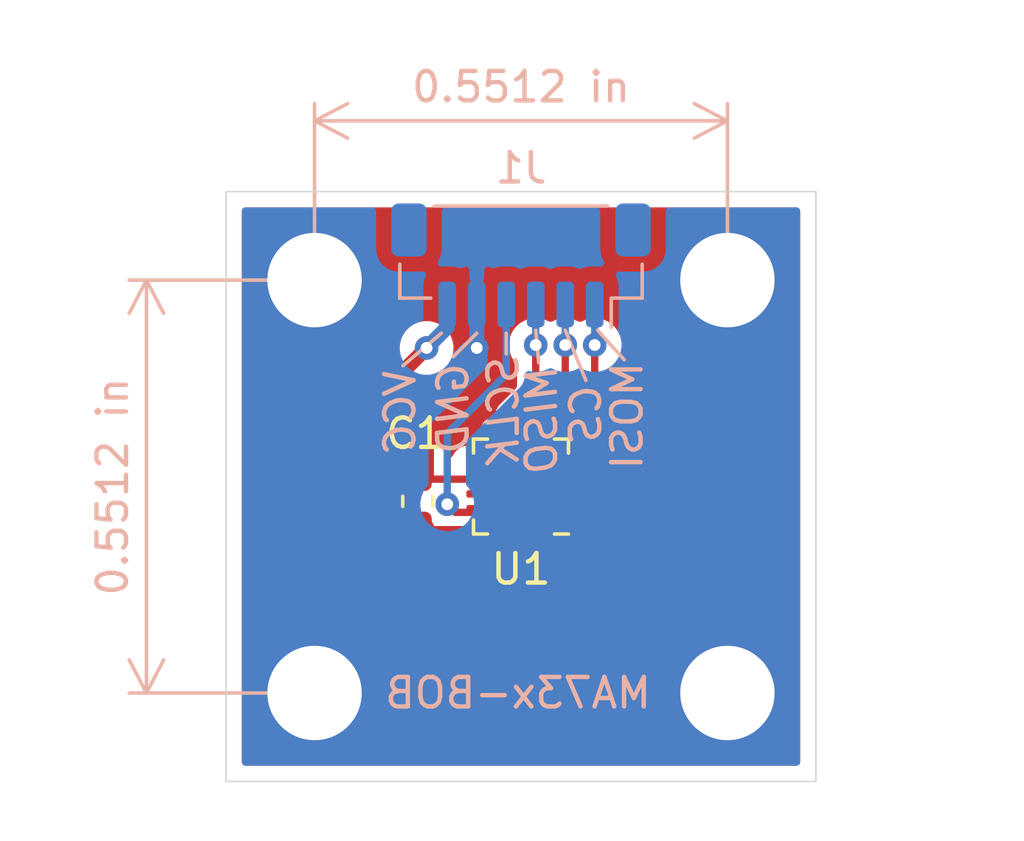
<source format=kicad_pcb>
(kicad_pcb (version 20171130) (host pcbnew 5.1.5+dfsg1-2build2)

  (general
    (thickness 1.6)
    (drawings 21)
    (tracks 43)
    (zones 0)
    (modules 7)
    (nets 16)
  )

  (page A4)
  (layers
    (0 F.Cu signal)
    (31 B.Cu signal)
    (32 B.Adhes user)
    (33 F.Adhes user)
    (34 B.Paste user)
    (35 F.Paste user)
    (36 B.SilkS user)
    (37 F.SilkS user)
    (38 B.Mask user)
    (39 F.Mask user)
    (40 Dwgs.User user)
    (41 Cmts.User user)
    (42 Eco1.User user)
    (43 Eco2.User user)
    (44 Edge.Cuts user)
    (45 Margin user)
    (46 B.CrtYd user)
    (47 F.CrtYd user)
    (48 B.Fab user)
    (49 F.Fab user)
  )

  (setup
    (last_trace_width 0.25)
    (user_trace_width 0.2)
    (user_trace_width 0.25)
    (user_trace_width 0.5)
    (user_trace_width 0.8)
    (user_trace_width 1)
    (trace_clearance 0.2)
    (zone_clearance 0.508)
    (zone_45_only no)
    (trace_min 0.2)
    (via_size 0.8)
    (via_drill 0.4)
    (via_min_size 0.4)
    (via_min_drill 0.3)
    (uvia_size 0.3)
    (uvia_drill 0.1)
    (uvias_allowed no)
    (uvia_min_size 0.2)
    (uvia_min_drill 0.1)
    (edge_width 0.05)
    (segment_width 0.2)
    (pcb_text_width 0.3)
    (pcb_text_size 1.5 1.5)
    (mod_edge_width 0.12)
    (mod_text_size 1 1)
    (mod_text_width 0.15)
    (pad_size 1.524 1.524)
    (pad_drill 0.762)
    (pad_to_mask_clearance 0.051)
    (solder_mask_min_width 0.25)
    (aux_axis_origin 0 0)
    (visible_elements FFFFFF7F)
    (pcbplotparams
      (layerselection 0x010fc_ffffffff)
      (usegerberextensions false)
      (usegerberattributes false)
      (usegerberadvancedattributes false)
      (creategerberjobfile false)
      (excludeedgelayer true)
      (linewidth 0.100000)
      (plotframeref false)
      (viasonmask false)
      (mode 1)
      (useauxorigin false)
      (hpglpennumber 1)
      (hpglpenspeed 20)
      (hpglpendiameter 15.000000)
      (psnegative false)
      (psa4output false)
      (plotreference true)
      (plotvalue true)
      (plotinvisibletext false)
      (padsonsilk false)
      (subtractmaskfromsilk false)
      (outputformat 1)
      (mirror false)
      (drillshape 1)
      (scaleselection 1)
      (outputdirectory ""))
  )

  (net 0 "")
  (net 1 GND)
  (net 2 VCC)
  (net 3 "Net-(U1-Pad16)")
  (net 4 "Net-(U1-Pad15)")
  (net 5 "Net-(U1-Pad14)")
  (net 6 "Net-(U1-Pad11)")
  (net 7 "Net-(U1-Pad9)")
  (net 8 "Net-(U1-Pad6)")
  (net 9 "Net-(U1-Pad3)")
  (net 10 "Net-(U1-Pad2)")
  (net 11 "Net-(U1-Pad1)")
  (net 12 /SCLK)
  (net 13 /MISO)
  (net 14 /CS)
  (net 15 /MOSI)

  (net_class Default "This is the default net class."
    (clearance 0.2)
    (trace_width 0.25)
    (via_dia 0.8)
    (via_drill 0.4)
    (uvia_dia 0.3)
    (uvia_drill 0.1)
    (add_net /CS)
    (add_net /MISO)
    (add_net /MOSI)
    (add_net /SCLK)
    (add_net GND)
    (add_net "Net-(U1-Pad1)")
    (add_net "Net-(U1-Pad11)")
    (add_net "Net-(U1-Pad14)")
    (add_net "Net-(U1-Pad15)")
    (add_net "Net-(U1-Pad16)")
    (add_net "Net-(U1-Pad2)")
    (add_net "Net-(U1-Pad3)")
    (add_net "Net-(U1-Pad6)")
    (add_net "Net-(U1-Pad9)")
    (add_net VCC)
  )

  (module MountingHole:MountingHole_3.2mm_M3 (layer F.Cu) (tedit 56D1B4CB) (tstamp 5FA94B46)
    (at 103 107)
    (descr "Mounting Hole 3.2mm, no annular, M3")
    (tags "mounting hole 3.2mm no annular m3")
    (path /5FAAA590)
    (attr virtual)
    (fp_text reference H4 (at 0 -4.2) (layer F.SilkS) hide
      (effects (font (size 1 1) (thickness 0.15)))
    )
    (fp_text value MountingHole (at 0 4.2) (layer F.Fab)
      (effects (font (size 1 1) (thickness 0.15)))
    )
    (fp_circle (center 0 0) (end 3.45 0) (layer F.CrtYd) (width 0.05))
    (fp_circle (center 0 0) (end 3.2 0) (layer Cmts.User) (width 0.15))
    (fp_text user %R (at 0.3 0) (layer F.Fab)
      (effects (font (size 1 1) (thickness 0.15)))
    )
    (pad 1 np_thru_hole circle (at 0 0) (size 3.2 3.2) (drill 3.2) (layers *.Cu *.Mask))
  )

  (module MountingHole:MountingHole_3.2mm_M3 (layer F.Cu) (tedit 56D1B4CB) (tstamp 5FA94A0F)
    (at 117 93)
    (descr "Mounting Hole 3.2mm, no annular, M3")
    (tags "mounting hole 3.2mm no annular m3")
    (path /5FAAA134)
    (attr virtual)
    (fp_text reference H3 (at 0 -4.2) (layer F.SilkS) hide
      (effects (font (size 1 1) (thickness 0.15)))
    )
    (fp_text value MountingHole (at 0 4.2) (layer F.Fab)
      (effects (font (size 1 1) (thickness 0.15)))
    )
    (fp_circle (center 0 0) (end 3.45 0) (layer F.CrtYd) (width 0.05))
    (fp_circle (center 0 0) (end 3.2 0) (layer Cmts.User) (width 0.15))
    (fp_text user %R (at 0.3 0) (layer F.Fab)
      (effects (font (size 1 1) (thickness 0.15)))
    )
    (pad 1 np_thru_hole circle (at 0 0) (size 3.2 3.2) (drill 3.2) (layers *.Cu *.Mask))
  )

  (module MountingHole:MountingHole_3.2mm_M3 (layer F.Cu) (tedit 56D1B4CB) (tstamp 5FA94A07)
    (at 103 93)
    (descr "Mounting Hole 3.2mm, no annular, M3")
    (tags "mounting hole 3.2mm no annular m3")
    (path /5FAA2773)
    (attr virtual)
    (fp_text reference H2 (at 0 -4.2) (layer F.SilkS) hide
      (effects (font (size 1 1) (thickness 0.15)))
    )
    (fp_text value MountingHole (at 0 4.2) (layer F.Fab)
      (effects (font (size 1 1) (thickness 0.15)))
    )
    (fp_circle (center 0 0) (end 3.45 0) (layer F.CrtYd) (width 0.05))
    (fp_circle (center 0 0) (end 3.2 0) (layer Cmts.User) (width 0.15))
    (fp_text user %R (at 0.3 0) (layer F.Fab)
      (effects (font (size 1 1) (thickness 0.15)))
    )
    (pad 1 np_thru_hole circle (at 0 0) (size 3.2 3.2) (drill 3.2) (layers *.Cu *.Mask))
  )

  (module MountingHole:MountingHole_3.2mm_M3 (layer F.Cu) (tedit 56D1B4CB) (tstamp 5FA949FF)
    (at 117 107)
    (descr "Mounting Hole 3.2mm, no annular, M3")
    (tags "mounting hole 3.2mm no annular m3")
    (path /5FAA2D47)
    (attr virtual)
    (fp_text reference H1 (at 0 -4.2) (layer F.SilkS) hide
      (effects (font (size 1 1) (thickness 0.15)))
    )
    (fp_text value MountingHole (at 0 4.2) (layer F.Fab)
      (effects (font (size 1 1) (thickness 0.15)))
    )
    (fp_circle (center 0 0) (end 3.45 0) (layer F.CrtYd) (width 0.05))
    (fp_circle (center 0 0) (end 3.2 0) (layer Cmts.User) (width 0.15))
    (fp_text user %R (at 0.3 0) (layer F.Fab)
      (effects (font (size 1 1) (thickness 0.15)))
    )
    (pad 1 np_thru_hole circle (at 0 0) (size 3.2 3.2) (drill 3.2) (layers *.Cu *.Mask))
  )

  (module Package_DFN_QFN:QFN-16-1EP_3x3mm_P0.5mm_EP1.75x1.75mm (layer F.Cu) (tedit 5C7C56F5) (tstamp 5FA93B80)
    (at 110 100 180)
    (descr "QFN, 16 Pin (https://www.onsemi.com/pub/Collateral/NCN4555-D.PDF), generated with kicad-footprint-generator ipc_noLead_generator.py")
    (tags "QFN NoLead")
    (path /5FA5662C)
    (attr smd)
    (fp_text reference U1 (at 0 -2.8) (layer F.SilkS)
      (effects (font (size 1 1) (thickness 0.15)))
    )
    (fp_text value MA730 (at 0 2.8) (layer F.Fab)
      (effects (font (size 1 1) (thickness 0.15)))
    )
    (fp_text user %R (at 0 0) (layer F.Fab)
      (effects (font (size 0.75 0.75) (thickness 0.11)))
    )
    (fp_line (start 2.1 -2.1) (end -2.1 -2.1) (layer F.CrtYd) (width 0.05))
    (fp_line (start 2.1 2.1) (end 2.1 -2.1) (layer F.CrtYd) (width 0.05))
    (fp_line (start -2.1 2.1) (end 2.1 2.1) (layer F.CrtYd) (width 0.05))
    (fp_line (start -2.1 -2.1) (end -2.1 2.1) (layer F.CrtYd) (width 0.05))
    (fp_line (start -1.5 -0.75) (end -0.75 -1.5) (layer F.Fab) (width 0.1))
    (fp_line (start -1.5 1.5) (end -1.5 -0.75) (layer F.Fab) (width 0.1))
    (fp_line (start 1.5 1.5) (end -1.5 1.5) (layer F.Fab) (width 0.1))
    (fp_line (start 1.5 -1.5) (end 1.5 1.5) (layer F.Fab) (width 0.1))
    (fp_line (start -0.75 -1.5) (end 1.5 -1.5) (layer F.Fab) (width 0.1))
    (fp_line (start -1.135 -1.61) (end -1.61 -1.61) (layer F.SilkS) (width 0.12))
    (fp_line (start 1.61 1.61) (end 1.61 1.135) (layer F.SilkS) (width 0.12))
    (fp_line (start 1.135 1.61) (end 1.61 1.61) (layer F.SilkS) (width 0.12))
    (fp_line (start -1.61 1.61) (end -1.61 1.135) (layer F.SilkS) (width 0.12))
    (fp_line (start -1.135 1.61) (end -1.61 1.61) (layer F.SilkS) (width 0.12))
    (fp_line (start 1.61 -1.61) (end 1.61 -1.135) (layer F.SilkS) (width 0.12))
    (fp_line (start 1.135 -1.61) (end 1.61 -1.61) (layer F.SilkS) (width 0.12))
    (pad 16 smd roundrect (at -0.75 -1.4625 180) (size 0.25 0.775) (layers F.Cu F.Paste F.Mask) (roundrect_rratio 0.25)
      (net 3 "Net-(U1-Pad16)"))
    (pad 15 smd roundrect (at -0.25 -1.4625 180) (size 0.25 0.775) (layers F.Cu F.Paste F.Mask) (roundrect_rratio 0.25)
      (net 4 "Net-(U1-Pad15)"))
    (pad 14 smd roundrect (at 0.25 -1.4625 180) (size 0.25 0.775) (layers F.Cu F.Paste F.Mask) (roundrect_rratio 0.25)
      (net 5 "Net-(U1-Pad14)"))
    (pad 13 smd roundrect (at 0.75 -1.4625 180) (size 0.25 0.775) (layers F.Cu F.Paste F.Mask) (roundrect_rratio 0.25)
      (net 2 VCC))
    (pad 12 smd roundrect (at 1.4625 -0.75 180) (size 0.775 0.25) (layers F.Cu F.Paste F.Mask) (roundrect_rratio 0.25)
      (net 12 /SCLK))
    (pad 11 smd roundrect (at 1.4625 -0.25 180) (size 0.775 0.25) (layers F.Cu F.Paste F.Mask) (roundrect_rratio 0.25)
      (net 6 "Net-(U1-Pad11)"))
    (pad 10 smd roundrect (at 1.4625 0.25 180) (size 0.775 0.25) (layers F.Cu F.Paste F.Mask) (roundrect_rratio 0.25)
      (net 1 GND))
    (pad 9 smd roundrect (at 1.4625 0.75 180) (size 0.775 0.25) (layers F.Cu F.Paste F.Mask) (roundrect_rratio 0.25)
      (net 7 "Net-(U1-Pad9)"))
    (pad 8 smd roundrect (at 0.75 1.4625 180) (size 0.25 0.775) (layers F.Cu F.Paste F.Mask) (roundrect_rratio 0.25)
      (net 1 GND))
    (pad 7 smd roundrect (at 0.25 1.4625 180) (size 0.25 0.775) (layers F.Cu F.Paste F.Mask) (roundrect_rratio 0.25)
      (net 13 /MISO))
    (pad 6 smd roundrect (at -0.25 1.4625 180) (size 0.25 0.775) (layers F.Cu F.Paste F.Mask) (roundrect_rratio 0.25)
      (net 8 "Net-(U1-Pad6)"))
    (pad 5 smd roundrect (at -0.75 1.4625 180) (size 0.25 0.775) (layers F.Cu F.Paste F.Mask) (roundrect_rratio 0.25)
      (net 14 /CS))
    (pad 4 smd roundrect (at -1.4625 0.75 180) (size 0.775 0.25) (layers F.Cu F.Paste F.Mask) (roundrect_rratio 0.25)
      (net 15 /MOSI))
    (pad 3 smd roundrect (at -1.4625 0.25 180) (size 0.775 0.25) (layers F.Cu F.Paste F.Mask) (roundrect_rratio 0.25)
      (net 9 "Net-(U1-Pad3)"))
    (pad 2 smd roundrect (at -1.4625 -0.25 180) (size 0.775 0.25) (layers F.Cu F.Paste F.Mask) (roundrect_rratio 0.25)
      (net 10 "Net-(U1-Pad2)"))
    (pad 1 smd roundrect (at -1.4625 -0.75 180) (size 0.775 0.25) (layers F.Cu F.Paste F.Mask) (roundrect_rratio 0.25)
      (net 11 "Net-(U1-Pad1)"))
    (pad "" smd roundrect (at 0.44 0.44 180) (size 0.71 0.71) (layers F.Paste) (roundrect_rratio 0.25))
    (pad "" smd roundrect (at 0.44 -0.44 180) (size 0.71 0.71) (layers F.Paste) (roundrect_rratio 0.25))
    (pad "" smd roundrect (at -0.44 0.44 180) (size 0.71 0.71) (layers F.Paste) (roundrect_rratio 0.25))
    (pad "" smd roundrect (at -0.44 -0.44 180) (size 0.71 0.71) (layers F.Paste) (roundrect_rratio 0.25))
    (pad 17 smd roundrect (at 0 0 180) (size 1.75 1.75) (layers F.Cu F.Mask) (roundrect_rratio 0.142857)
      (net 1 GND))
    (model ${KISYS3DMOD}/Package_DFN_QFN.3dshapes/QFN-16-1EP_3x3mm_P0.5mm_EP1.75x1.75mm.wrl
      (at (xyz 0 0 0))
      (scale (xyz 1 1 1))
      (rotate (xyz 0 0 0))
    )
  )

  (module Connector_JST:JST_SH_BM06B-SRSS-TB_1x06-1MP_P1.00mm_Vertical (layer B.Cu) (tedit 5B78AD87) (tstamp 5FA939A4)
    (at 110 92.5 180)
    (descr "JST SH series connector, BM06B-SRSS-TB (http://www.jst-mfg.com/product/pdf/eng/eSH.pdf), generated with kicad-footprint-generator")
    (tags "connector JST SH side entry")
    (path /5FA6742D)
    (attr smd)
    (fp_text reference J1 (at 0 3.3) (layer B.SilkS)
      (effects (font (size 1 1) (thickness 0.15)) (justify mirror))
    )
    (fp_text value Conn_01x06 (at 0 -3.3) (layer B.Fab)
      (effects (font (size 1 1) (thickness 0.15)) (justify mirror))
    )
    (fp_text user %R (at 0 0.25) (layer B.Fab)
      (effects (font (size 1 1) (thickness 0.15)) (justify mirror))
    )
    (fp_line (start -2.5 -0.292893) (end -2 -1) (layer B.Fab) (width 0.1))
    (fp_line (start -3 -1) (end -2.5 -0.292893) (layer B.Fab) (width 0.1))
    (fp_line (start 4.9 2.6) (end -4.9 2.6) (layer B.CrtYd) (width 0.05))
    (fp_line (start 4.9 -2.6) (end 4.9 2.6) (layer B.CrtYd) (width 0.05))
    (fp_line (start -4.9 -2.6) (end 4.9 -2.6) (layer B.CrtYd) (width 0.05))
    (fp_line (start -4.9 2.6) (end -4.9 -2.6) (layer B.CrtYd) (width 0.05))
    (fp_line (start 2.65 1.55) (end 2.35 1.55) (layer B.Fab) (width 0.1))
    (fp_line (start 2.65 0.95) (end 2.65 1.55) (layer B.Fab) (width 0.1))
    (fp_line (start 2.35 0.95) (end 2.65 0.95) (layer B.Fab) (width 0.1))
    (fp_line (start 2.35 1.55) (end 2.35 0.95) (layer B.Fab) (width 0.1))
    (fp_line (start 1.65 1.55) (end 1.35 1.55) (layer B.Fab) (width 0.1))
    (fp_line (start 1.65 0.95) (end 1.65 1.55) (layer B.Fab) (width 0.1))
    (fp_line (start 1.35 0.95) (end 1.65 0.95) (layer B.Fab) (width 0.1))
    (fp_line (start 1.35 1.55) (end 1.35 0.95) (layer B.Fab) (width 0.1))
    (fp_line (start 0.65 1.55) (end 0.35 1.55) (layer B.Fab) (width 0.1))
    (fp_line (start 0.65 0.95) (end 0.65 1.55) (layer B.Fab) (width 0.1))
    (fp_line (start 0.35 0.95) (end 0.65 0.95) (layer B.Fab) (width 0.1))
    (fp_line (start 0.35 1.55) (end 0.35 0.95) (layer B.Fab) (width 0.1))
    (fp_line (start -0.35 1.55) (end -0.65 1.55) (layer B.Fab) (width 0.1))
    (fp_line (start -0.35 0.95) (end -0.35 1.55) (layer B.Fab) (width 0.1))
    (fp_line (start -0.65 0.95) (end -0.35 0.95) (layer B.Fab) (width 0.1))
    (fp_line (start -0.65 1.55) (end -0.65 0.95) (layer B.Fab) (width 0.1))
    (fp_line (start -1.35 1.55) (end -1.65 1.55) (layer B.Fab) (width 0.1))
    (fp_line (start -1.35 0.95) (end -1.35 1.55) (layer B.Fab) (width 0.1))
    (fp_line (start -1.65 0.95) (end -1.35 0.95) (layer B.Fab) (width 0.1))
    (fp_line (start -1.65 1.55) (end -1.65 0.95) (layer B.Fab) (width 0.1))
    (fp_line (start -2.35 1.55) (end -2.65 1.55) (layer B.Fab) (width 0.1))
    (fp_line (start -2.35 0.95) (end -2.35 1.55) (layer B.Fab) (width 0.1))
    (fp_line (start -2.65 0.95) (end -2.35 0.95) (layer B.Fab) (width 0.1))
    (fp_line (start -2.65 1.55) (end -2.65 0.95) (layer B.Fab) (width 0.1))
    (fp_line (start 4 -1) (end 4 1.9) (layer B.Fab) (width 0.1))
    (fp_line (start -4 -1) (end -4 1.9) (layer B.Fab) (width 0.1))
    (fp_line (start -4 1.9) (end 4 1.9) (layer B.Fab) (width 0.1))
    (fp_line (start -2.94 2.01) (end 2.94 2.01) (layer B.SilkS) (width 0.12))
    (fp_line (start 4.11 -1.11) (end 3.06 -1.11) (layer B.SilkS) (width 0.12))
    (fp_line (start 4.11 0.04) (end 4.11 -1.11) (layer B.SilkS) (width 0.12))
    (fp_line (start -3.06 -1.11) (end -3.06 -2.1) (layer B.SilkS) (width 0.12))
    (fp_line (start -4.11 -1.11) (end -3.06 -1.11) (layer B.SilkS) (width 0.12))
    (fp_line (start -4.11 0.04) (end -4.11 -1.11) (layer B.SilkS) (width 0.12))
    (fp_line (start -4 -1) (end 4 -1) (layer B.Fab) (width 0.1))
    (pad MP smd roundrect (at 3.8 1.2 180) (size 1.2 1.8) (layers B.Cu B.Paste B.Mask) (roundrect_rratio 0.208333))
    (pad MP smd roundrect (at -3.8 1.2 180) (size 1.2 1.8) (layers B.Cu B.Paste B.Mask) (roundrect_rratio 0.208333))
    (pad 6 smd roundrect (at 2.5 -1.325 180) (size 0.6 1.55) (layers B.Cu B.Paste B.Mask) (roundrect_rratio 0.25)
      (net 2 VCC))
    (pad 5 smd roundrect (at 1.5 -1.325 180) (size 0.6 1.55) (layers B.Cu B.Paste B.Mask) (roundrect_rratio 0.25)
      (net 1 GND))
    (pad 4 smd roundrect (at 0.5 -1.325 180) (size 0.6 1.55) (layers B.Cu B.Paste B.Mask) (roundrect_rratio 0.25)
      (net 12 /SCLK))
    (pad 3 smd roundrect (at -0.5 -1.325 180) (size 0.6 1.55) (layers B.Cu B.Paste B.Mask) (roundrect_rratio 0.25)
      (net 13 /MISO))
    (pad 2 smd roundrect (at -1.5 -1.325 180) (size 0.6 1.55) (layers B.Cu B.Paste B.Mask) (roundrect_rratio 0.25)
      (net 14 /CS))
    (pad 1 smd roundrect (at -2.5 -1.325 180) (size 0.6 1.55) (layers B.Cu B.Paste B.Mask) (roundrect_rratio 0.25)
      (net 15 /MOSI))
    (model ${KISYS3DMOD}/Connector_JST.3dshapes/JST_SH_BM06B-SRSS-TB_1x06-1MP_P1.00mm_Vertical.wrl
      (at (xyz 0 0 0))
      (scale (xyz 1 1 1))
      (rotate (xyz 0 0 0))
    )
  )

  (module Capacitor_SMD:C_0603_1608Metric_Pad1.05x0.95mm_HandSolder (layer F.Cu) (tedit 5B301BBE) (tstamp 5FA57D44)
    (at 106.5 100.5 90)
    (descr "Capacitor SMD 0603 (1608 Metric), square (rectangular) end terminal, IPC_7351 nominal with elongated pad for handsoldering. (Body size source: http://www.tortai-tech.com/upload/download/2011102023233369053.pdf), generated with kicad-footprint-generator")
    (tags "capacitor handsolder")
    (path /5FA58077)
    (attr smd)
    (fp_text reference C1 (at 2.3 -0.1 180) (layer F.SilkS)
      (effects (font (size 1 1) (thickness 0.15)))
    )
    (fp_text value 1µ (at -2.5 -0.1 180) (layer F.Fab)
      (effects (font (size 1 1) (thickness 0.15)))
    )
    (fp_text user %R (at 0 -0.01 90) (layer F.Fab)
      (effects (font (size 0.4 0.4) (thickness 0.06)))
    )
    (fp_line (start 1.65 0.73) (end -1.65 0.73) (layer F.CrtYd) (width 0.05))
    (fp_line (start 1.65 -0.73) (end 1.65 0.73) (layer F.CrtYd) (width 0.05))
    (fp_line (start -1.65 -0.73) (end 1.65 -0.73) (layer F.CrtYd) (width 0.05))
    (fp_line (start -1.65 0.73) (end -1.65 -0.73) (layer F.CrtYd) (width 0.05))
    (fp_line (start -0.171267 0.51) (end 0.171267 0.51) (layer F.SilkS) (width 0.12))
    (fp_line (start -0.171267 -0.51) (end 0.171267 -0.51) (layer F.SilkS) (width 0.12))
    (fp_line (start 0.8 0.4) (end -0.8 0.4) (layer F.Fab) (width 0.1))
    (fp_line (start 0.8 -0.4) (end 0.8 0.4) (layer F.Fab) (width 0.1))
    (fp_line (start -0.8 -0.4) (end 0.8 -0.4) (layer F.Fab) (width 0.1))
    (fp_line (start -0.8 0.4) (end -0.8 -0.4) (layer F.Fab) (width 0.1))
    (pad 2 smd roundrect (at 0.875 0 90) (size 1.05 0.95) (layers F.Cu F.Paste F.Mask) (roundrect_rratio 0.25)
      (net 1 GND))
    (pad 1 smd roundrect (at -0.875 0 90) (size 1.05 0.95) (layers F.Cu F.Paste F.Mask) (roundrect_rratio 0.25)
      (net 2 VCC))
    (model ${KISYS3DMOD}/Capacitor_SMD.3dshapes/C_0603_1608Metric.wrl
      (at (xyz 0 0 0))
      (scale (xyz 1 1 1))
      (rotate (xyz 0 0 0))
    )
  )

  (gr_text MA73x-BOB (at 109.9 107) (layer B.SilkS)
    (effects (font (size 1 1) (thickness 0.15)) (justify mirror))
  )
  (gr_line (start 112.6 94.7) (end 113.5 95.7) (layer B.SilkS) (width 0.12))
  (gr_line (start 111.5 94.7) (end 112.2 96.4) (layer B.SilkS) (width 0.12))
  (gr_line (start 110.5 94.7) (end 110.6 95.8) (layer B.SilkS) (width 0.12))
  (gr_line (start 109.5 94.8) (end 109.5 95.5) (layer B.SilkS) (width 0.12))
  (gr_line (start 108.5 94.8) (end 107.7 95.6) (layer B.SilkS) (width 0.12))
  (gr_line (start 107.3 94.8) (end 106 95.9) (layer B.SilkS) (width 0.12))
  (gr_text MOSI (at 113.6 97.6 90) (layer B.SilkS)
    (effects (font (size 1 1) (thickness 0.15)) (justify mirror))
  )
  (gr_text CS (at 112.2 97.5 90) (layer B.SilkS)
    (effects (font (size 1 1) (thickness 0.15) italic) (justify mirror))
  )
  (gr_text MISO (at 110.7 97.7 90) (layer B.SilkS)
    (effects (font (size 1 1) (thickness 0.15) italic) (justify mirror))
  )
  (gr_text SCLK (at 109.4 97.4 90) (layer B.SilkS)
    (effects (font (size 1 1) (thickness 0.15) italic) (justify mirror))
  )
  (gr_text GND (at 107.7 97.3 90) (layer B.SilkS)
    (effects (font (size 1 1) (thickness 0.15) italic) (justify mirror))
  )
  (gr_text VCC (at 105.9 97.4 90) (layer B.SilkS)
    (effects (font (size 1 1) (thickness 0.15) italic) (justify mirror))
  )
  (dimension 14 (width 0.12) (layer B.SilkS)
    (gr_text "14,000 mm" (at 96.03 100 270) (layer B.SilkS)
      (effects (font (size 1 1) (thickness 0.15)))
    )
    (feature1 (pts (xy 103 107) (xy 96.713579 107)))
    (feature2 (pts (xy 103 93) (xy 96.713579 93)))
    (crossbar (pts (xy 97.3 93) (xy 97.3 107)))
    (arrow1a (pts (xy 97.3 107) (xy 96.713579 105.873496)))
    (arrow1b (pts (xy 97.3 107) (xy 97.886421 105.873496)))
    (arrow2a (pts (xy 97.3 93) (xy 96.713579 94.126504)))
    (arrow2b (pts (xy 97.3 93) (xy 97.886421 94.126504)))
  )
  (dimension 14 (width 0.12) (layer B.SilkS)
    (gr_text "14,000 mm" (at 110 86.33) (layer B.SilkS)
      (effects (font (size 1 1) (thickness 0.15)))
    )
    (feature1 (pts (xy 103 93.2) (xy 103 87.013579)))
    (feature2 (pts (xy 117 93.2) (xy 117 87.013579)))
    (crossbar (pts (xy 117 87.6) (xy 103 87.6)))
    (arrow1a (pts (xy 103 87.6) (xy 104.126504 87.013579)))
    (arrow1b (pts (xy 103 87.6) (xy 104.126504 88.186421)))
    (arrow2a (pts (xy 117 87.6) (xy 115.873496 87.013579)))
    (arrow2b (pts (xy 117 87.6) (xy 115.873496 88.186421)))
  )
  (dimension 20 (width 0.15) (layer Dwgs.User)
    (gr_text "20,000 mm" (at 125.7 100 270) (layer Dwgs.User)
      (effects (font (size 1 1) (thickness 0.15)))
    )
    (feature1 (pts (xy 120 110) (xy 124.986421 110)))
    (feature2 (pts (xy 120 90) (xy 124.986421 90)))
    (crossbar (pts (xy 124.4 90) (xy 124.4 110)))
    (arrow1a (pts (xy 124.4 110) (xy 123.813579 108.873496)))
    (arrow1b (pts (xy 124.4 110) (xy 124.986421 108.873496)))
    (arrow2a (pts (xy 124.4 90) (xy 123.813579 91.126504)))
    (arrow2b (pts (xy 124.4 90) (xy 124.986421 91.126504)))
  )
  (dimension 20 (width 0.15) (layer Dwgs.User)
    (gr_text "20,000 mm" (at 110 84.2) (layer Dwgs.User) (tstamp 5FA94B6B)
      (effects (font (size 1 1) (thickness 0.15)))
    )
    (feature1 (pts (xy 120 90) (xy 120 84.913579)))
    (feature2 (pts (xy 100 90) (xy 100 84.913579)))
    (crossbar (pts (xy 100 85.5) (xy 120 85.5)))
    (arrow1a (pts (xy 120 85.5) (xy 118.873496 86.086421)))
    (arrow1b (pts (xy 120 85.5) (xy 118.873496 84.913579)))
    (arrow2a (pts (xy 100 85.5) (xy 101.126504 86.086421)))
    (arrow2b (pts (xy 100 85.5) (xy 101.126504 84.913579)))
  )
  (gr_line (start 100 110) (end 100 90) (layer Edge.Cuts) (width 0.05) (tstamp 5FA936C2))
  (gr_line (start 120 110) (end 100 110) (layer Edge.Cuts) (width 0.05))
  (gr_line (start 120 90) (end 120 110) (layer Edge.Cuts) (width 0.05))
  (gr_line (start 100 90) (end 120 90) (layer Edge.Cuts) (width 0.05))

  (segment (start 106.8 99.625) (end 106.8 97.2) (width 0.5) (layer F.Cu) (net 1))
  (via (at 108.5 95.3) (size 0.8) (drill 0.4) (layers F.Cu B.Cu) (net 1))
  (segment (start 108.5 95.5) (end 108.5 95.3) (width 0.5) (layer F.Cu) (net 1))
  (segment (start 106.8 97.2) (end 108.5 95.5) (width 0.5) (layer F.Cu) (net 1))
  (segment (start 108.5 95.3) (end 108.5 93.825) (width 0.5) (layer B.Cu) (net 1))
  (segment (start 109.75 99.75) (end 108.5375 99.75) (width 0.25) (layer F.Cu) (net 1))
  (segment (start 110 100) (end 109.75 99.75) (width 0.25) (layer F.Cu) (net 1))
  (segment (start 106.925 99.75) (end 106.8 99.625) (width 0.25) (layer F.Cu) (net 1))
  (segment (start 108.5375 99.75) (end 106.925 99.75) (width 0.25) (layer F.Cu) (net 1))
  (segment (start 109.25 99.25) (end 110 100) (width 0.25) (layer F.Cu) (net 1))
  (segment (start 109.25 98.5375) (end 109.25 99.25) (width 0.25) (layer F.Cu) (net 1))
  (segment (start 106.325 101.375) (end 106.8 101.375) (width 0.5) (layer F.Cu) (net 2))
  (segment (start 106.8875 101.4625) (end 106.8 101.375) (width 0.25) (layer F.Cu) (net 2))
  (segment (start 109.25 101.4625) (end 106.8875 101.4625) (width 0.25) (layer F.Cu) (net 2))
  (segment (start 105.2 96.9) (end 105.2 100.55) (width 0.5) (layer F.Cu) (net 2))
  (segment (start 106.8 95.3) (end 105.2 96.9) (width 0.5) (layer F.Cu) (net 2))
  (via (at 106.8 95.3) (size 0.8) (drill 0.4) (layers F.Cu B.Cu) (net 2))
  (segment (start 105.2 100.55) (end 106.025 101.375) (width 0.5) (layer F.Cu) (net 2))
  (segment (start 107.5 93.825) (end 107.5 94.6) (width 0.5) (layer B.Cu) (net 2))
  (segment (start 107.5 94.6) (end 106.8 95.3) (width 0.5) (layer B.Cu) (net 2))
  (segment (start 106.025 101.375) (end 106.5 101.375) (width 0.5) (layer F.Cu) (net 2))
  (segment (start 108.4125 100.875) (end 107.775 100.875) (width 0.25) (layer F.Cu) (net 12))
  (segment (start 108.5375 100.75) (end 108.4125 100.875) (width 0.25) (layer F.Cu) (net 12))
  (segment (start 107.775 100.875) (end 107.5 100.6) (width 0.25) (layer F.Cu) (net 12))
  (via (at 107.5 100.6) (size 0.8) (drill 0.4) (layers F.Cu B.Cu) (net 12))
  (segment (start 109.5 93.825) (end 109.5 96.2) (width 0.25) (layer B.Cu) (net 12))
  (segment (start 107.5 98.2) (end 107.5 100.6) (width 0.25) (layer B.Cu) (net 12))
  (segment (start 109.5 96.2) (end 107.5 98.2) (width 0.25) (layer B.Cu) (net 12))
  (via (at 110.5 95.2) (size 0.8) (drill 0.4) (layers F.Cu B.Cu) (net 13))
  (segment (start 110.5 93.825) (end 110.5 95.2) (width 0.25) (layer B.Cu) (net 13))
  (segment (start 110.5 95.2) (end 110.5 96.9) (width 0.25) (layer F.Cu) (net 13))
  (segment (start 109.75 97.65) (end 109.75 98.5375) (width 0.25) (layer F.Cu) (net 13))
  (segment (start 110.5 96.9) (end 109.75 97.65) (width 0.25) (layer F.Cu) (net 13))
  (via (at 111.5 95.2) (size 0.8) (drill 0.4) (layers F.Cu B.Cu) (net 14))
  (segment (start 111.5 93.825) (end 111.5 95.2) (width 0.25) (layer B.Cu) (net 14))
  (segment (start 111.5 97.7875) (end 110.75 98.5375) (width 0.25) (layer F.Cu) (net 14))
  (segment (start 111.5 95.2) (end 111.5 97.7875) (width 0.25) (layer F.Cu) (net 14))
  (segment (start 112.5 93.825) (end 112.5 94.9) (width 0.25) (layer B.Cu) (net 15))
  (via (at 112.5 95.2) (size 0.8) (drill 0.4) (layers F.Cu B.Cu) (net 15))
  (segment (start 112.5 94.9) (end 112.5 95.2) (width 0.25) (layer B.Cu) (net 15))
  (segment (start 112.5 95.2) (end 112.5 98.8) (width 0.25) (layer F.Cu) (net 15))
  (segment (start 112.05 99.25) (end 111.4625 99.25) (width 0.25) (layer F.Cu) (net 15))
  (segment (start 112.5 98.8) (end 112.05 99.25) (width 0.25) (layer F.Cu) (net 15))

  (zone (net 1) (net_name GND) (layer F.Cu) (tstamp 0) (hatch edge 0.508)
    (connect_pads (clearance 0.508))
    (min_thickness 0.254)
    (fill yes (arc_segments 32) (thermal_gap 0.508) (thermal_bridge_width 0.508))
    (polygon
      (pts
        (xy 120 110) (xy 100 110) (xy 100 90) (xy 120 90)
      )
    )
    (filled_polygon
      (pts
        (xy 119.340001 109.34) (xy 100.66 109.34) (xy 100.66 96.9) (xy 104.310719 96.9) (xy 104.315 96.943469)
        (xy 104.315001 100.506521) (xy 104.310719 100.55) (xy 104.327805 100.72349) (xy 104.378412 100.890313) (xy 104.46059 101.044059)
        (xy 104.543468 101.145046) (xy 104.543471 101.145049) (xy 104.571184 101.178817) (xy 104.604951 101.206529) (xy 105.36847 101.970049)
        (xy 105.396183 102.003817) (xy 105.429951 102.03153) (xy 105.429953 102.031532) (xy 105.501452 102.09021) (xy 105.504379 102.092612)
        (xy 105.534488 102.148942) (xy 105.643377 102.281623) (xy 105.776058 102.390512) (xy 105.927433 102.471423) (xy 106.091684 102.521248)
        (xy 106.2625 102.538072) (xy 106.7375 102.538072) (xy 106.908316 102.521248) (xy 107.072567 102.471423) (xy 107.223942 102.390512)
        (xy 107.356623 102.281623) (xy 107.405144 102.2225) (xy 108.642569 102.2225) (xy 108.692121 102.282879) (xy 108.798283 102.370004)
        (xy 108.919403 102.434744) (xy 109.050825 102.474611) (xy 109.1875 102.488072) (xy 109.3125 102.488072) (xy 109.449175 102.474611)
        (xy 109.5 102.459193) (xy 109.550825 102.474611) (xy 109.6875 102.488072) (xy 109.8125 102.488072) (xy 109.949175 102.474611)
        (xy 110 102.459193) (xy 110.050825 102.474611) (xy 110.1875 102.488072) (xy 110.3125 102.488072) (xy 110.449175 102.474611)
        (xy 110.5 102.459193) (xy 110.550825 102.474611) (xy 110.6875 102.488072) (xy 110.8125 102.488072) (xy 110.949175 102.474611)
        (xy 111.080597 102.434744) (xy 111.201717 102.370004) (xy 111.307879 102.282879) (xy 111.395004 102.176717) (xy 111.459744 102.055597)
        (xy 111.499611 101.924175) (xy 111.513072 101.7875) (xy 111.513072 101.513072) (xy 111.7875 101.513072) (xy 111.924175 101.499611)
        (xy 112.055597 101.459744) (xy 112.176717 101.395004) (xy 112.282879 101.307879) (xy 112.370004 101.201717) (xy 112.434744 101.080597)
        (xy 112.474611 100.949175) (xy 112.488072 100.8125) (xy 112.488072 100.6875) (xy 112.474611 100.550825) (xy 112.459193 100.5)
        (xy 112.474611 100.449175) (xy 112.488072 100.3125) (xy 112.488072 100.1875) (xy 112.474611 100.050825) (xy 112.459193 100)
        (xy 112.474611 99.949175) (xy 112.48152 99.879029) (xy 112.590001 99.790001) (xy 112.613804 99.760997) (xy 113.010997 99.363804)
        (xy 113.040001 99.340001) (xy 113.11957 99.243046) (xy 113.134974 99.224277) (xy 113.205546 99.092247) (xy 113.23341 99.000389)
        (xy 113.249003 98.948986) (xy 113.26 98.837333) (xy 113.26 98.837324) (xy 113.263676 98.800001) (xy 113.26 98.762678)
        (xy 113.26 95.903711) (xy 113.303937 95.859774) (xy 113.417205 95.690256) (xy 113.495226 95.501898) (xy 113.535 95.301939)
        (xy 113.535 95.098061) (xy 113.495226 94.898102) (xy 113.417205 94.709744) (xy 113.303937 94.540226) (xy 113.159774 94.396063)
        (xy 112.990256 94.282795) (xy 112.801898 94.204774) (xy 112.601939 94.165) (xy 112.398061 94.165) (xy 112.198102 94.204774)
        (xy 112.009744 94.282795) (xy 112 94.289306) (xy 111.990256 94.282795) (xy 111.801898 94.204774) (xy 111.601939 94.165)
        (xy 111.398061 94.165) (xy 111.198102 94.204774) (xy 111.009744 94.282795) (xy 111 94.289306) (xy 110.990256 94.282795)
        (xy 110.801898 94.204774) (xy 110.601939 94.165) (xy 110.398061 94.165) (xy 110.198102 94.204774) (xy 110.009744 94.282795)
        (xy 109.840226 94.396063) (xy 109.696063 94.540226) (xy 109.582795 94.709744) (xy 109.504774 94.898102) (xy 109.465 95.098061)
        (xy 109.465 95.301939) (xy 109.504774 95.501898) (xy 109.582795 95.690256) (xy 109.696063 95.859774) (xy 109.74 95.903711)
        (xy 109.740001 96.585198) (xy 109.239002 97.086197) (xy 109.209999 97.109999) (xy 109.154871 97.177174) (xy 109.115026 97.225724)
        (xy 109.062348 97.324277) (xy 109.044454 97.357754) (xy 109.000997 97.501015) (xy 108.998553 97.52583) (xy 108.985579 97.527346)
        (xy 108.866784 97.56651) (xy 108.757912 97.628097) (xy 108.663148 97.709741) (xy 108.586132 97.808303) (xy 108.529824 97.919997)
        (xy 108.496389 98.040529) (xy 108.487111 98.165269) (xy 108.49 98.25175) (xy 108.648748 98.410498) (xy 108.49 98.410498)
        (xy 108.49 98.486928) (xy 108.2125 98.486928) (xy 108.075825 98.500389) (xy 107.944403 98.540256) (xy 107.823283 98.604996)
        (xy 107.717121 98.692121) (xy 107.629996 98.798283) (xy 107.57708 98.897283) (xy 107.564502 98.85582) (xy 107.505537 98.745506)
        (xy 107.426185 98.648815) (xy 107.329494 98.569463) (xy 107.21918 98.510498) (xy 107.099482 98.474188) (xy 106.975 98.461928)
        (xy 106.78575 98.465) (xy 106.627 98.62375) (xy 106.627 99.498) (xy 106.647 99.498) (xy 106.647 99.752)
        (xy 106.627 99.752) (xy 106.627 99.772) (xy 106.373 99.772) (xy 106.373 99.752) (xy 106.353 99.752)
        (xy 106.353 99.498) (xy 106.373 99.498) (xy 106.373 98.62375) (xy 106.21425 98.465) (xy 106.085 98.462902)
        (xy 106.085 97.266578) (xy 107.045044 96.306535) (xy 107.101898 96.295226) (xy 107.290256 96.217205) (xy 107.459774 96.103937)
        (xy 107.603937 95.959774) (xy 107.717205 95.790256) (xy 107.795226 95.601898) (xy 107.835 95.401939) (xy 107.835 95.198061)
        (xy 107.795226 94.998102) (xy 107.717205 94.809744) (xy 107.603937 94.640226) (xy 107.459774 94.496063) (xy 107.290256 94.382795)
        (xy 107.101898 94.304774) (xy 106.901939 94.265) (xy 106.698061 94.265) (xy 106.498102 94.304774) (xy 106.309744 94.382795)
        (xy 106.140226 94.496063) (xy 105.996063 94.640226) (xy 105.882795 94.809744) (xy 105.804774 94.998102) (xy 105.793465 95.054956)
        (xy 104.604956 96.243466) (xy 104.571183 96.271183) (xy 104.460589 96.405942) (xy 104.378411 96.559688) (xy 104.327805 96.726511)
        (xy 104.315 96.856524) (xy 104.315 96.856531) (xy 104.310719 96.9) (xy 100.66 96.9) (xy 100.66 90.66)
        (xy 119.34 90.66)
      )
    )
    (filled_polygon
      (pts
        (xy 110.127 99.873) (xy 110.147 99.873) (xy 110.147 100.127) (xy 110.127 100.127) (xy 110.127 100.147)
        (xy 109.873 100.147) (xy 109.873 100.127) (xy 109.853 100.127) (xy 109.853 99.873) (xy 109.873 99.873)
        (xy 109.873 99.853) (xy 110.127 99.853)
      )
    )
  )
  (zone (net 1) (net_name GND) (layer B.Cu) (tstamp 0) (hatch edge 0.508)
    (connect_pads (clearance 0.508))
    (min_thickness 0.254)
    (fill yes (arc_segments 32) (thermal_gap 0.508) (thermal_bridge_width 0.508))
    (polygon
      (pts
        (xy 120 110) (xy 100 110) (xy 100 90) (xy 120 90)
      )
    )
    (filled_polygon
      (pts
        (xy 104.961928 91.950001) (xy 104.978992 92.123255) (xy 105.029528 92.289851) (xy 105.111595 92.443387) (xy 105.222038 92.577962)
        (xy 105.356613 92.688405) (xy 105.510149 92.770472) (xy 105.676745 92.821008) (xy 105.849999 92.838072) (xy 106.550001 92.838072)
        (xy 106.659961 92.827242) (xy 106.621916 92.898418) (xy 106.577071 93.046255) (xy 106.561928 93.2) (xy 106.561928 94.286493)
        (xy 106.554956 94.293465) (xy 106.498102 94.304774) (xy 106.309744 94.382795) (xy 106.140226 94.496063) (xy 105.996063 94.640226)
        (xy 105.882795 94.809744) (xy 105.804774 94.998102) (xy 105.765 95.198061) (xy 105.765 95.401939) (xy 105.804774 95.601898)
        (xy 105.882795 95.790256) (xy 105.996063 95.959774) (xy 106.140226 96.103937) (xy 106.309744 96.217205) (xy 106.498102 96.295226)
        (xy 106.698061 96.335) (xy 106.901939 96.335) (xy 107.101898 96.295226) (xy 107.290256 96.217205) (xy 107.459774 96.103937)
        (xy 107.603937 95.959774) (xy 107.717205 95.790256) (xy 107.795226 95.601898) (xy 107.806535 95.545044) (xy 108.095049 95.25653)
        (xy 108.126375 95.230821) (xy 108.2 95.238072) (xy 108.21425 95.235) (xy 108.373 95.07625) (xy 108.373 94.765317)
        (xy 108.37351 94.760139) (xy 108.378084 94.751582) (xy 108.422929 94.603745) (xy 108.438072 94.45) (xy 108.438072 93.2)
        (xy 108.422929 93.046255) (xy 108.378084 92.898418) (xy 108.373 92.888907) (xy 108.373 92.57375) (xy 108.21425 92.415)
        (xy 108.2 92.411928) (xy 108.075518 92.424188) (xy 107.95582 92.460498) (xy 107.940658 92.468602) (xy 107.803745 92.427071)
        (xy 107.65 92.411928) (xy 107.35 92.411928) (xy 107.302732 92.416584) (xy 107.370472 92.289851) (xy 107.421008 92.123255)
        (xy 107.438072 91.950001) (xy 107.438072 90.66) (xy 112.561928 90.66) (xy 112.561928 91.950001) (xy 112.578992 92.123255)
        (xy 112.629528 92.289851) (xy 112.697268 92.416584) (xy 112.65 92.411928) (xy 112.35 92.411928) (xy 112.196255 92.427071)
        (xy 112.048418 92.471916) (xy 112 92.497796) (xy 111.951582 92.471916) (xy 111.803745 92.427071) (xy 111.65 92.411928)
        (xy 111.35 92.411928) (xy 111.196255 92.427071) (xy 111.048418 92.471916) (xy 111 92.497796) (xy 110.951582 92.471916)
        (xy 110.803745 92.427071) (xy 110.65 92.411928) (xy 110.35 92.411928) (xy 110.196255 92.427071) (xy 110.048418 92.471916)
        (xy 110 92.497796) (xy 109.951582 92.471916) (xy 109.803745 92.427071) (xy 109.65 92.411928) (xy 109.35 92.411928)
        (xy 109.196255 92.427071) (xy 109.059342 92.468602) (xy 109.04418 92.460498) (xy 108.924482 92.424188) (xy 108.8 92.411928)
        (xy 108.78575 92.415) (xy 108.627 92.57375) (xy 108.627 92.888907) (xy 108.621916 92.898418) (xy 108.577071 93.046255)
        (xy 108.561928 93.2) (xy 108.561928 94.45) (xy 108.577071 94.603745) (xy 108.621916 94.751582) (xy 108.627 94.761093)
        (xy 108.627 95.07625) (xy 108.740001 95.189251) (xy 108.740001 95.885197) (xy 106.989003 97.636196) (xy 106.959999 97.659999)
        (xy 106.904871 97.727174) (xy 106.865026 97.775724) (xy 106.794455 97.907753) (xy 106.794454 97.907754) (xy 106.750997 98.051015)
        (xy 106.74 98.162668) (xy 106.74 98.162678) (xy 106.736324 98.2) (xy 106.74 98.237323) (xy 106.740001 99.896288)
        (xy 106.696063 99.940226) (xy 106.582795 100.109744) (xy 106.504774 100.298102) (xy 106.465 100.498061) (xy 106.465 100.701939)
        (xy 106.504774 100.901898) (xy 106.582795 101.090256) (xy 106.696063 101.259774) (xy 106.840226 101.403937) (xy 107.009744 101.517205)
        (xy 107.198102 101.595226) (xy 107.398061 101.635) (xy 107.601939 101.635) (xy 107.801898 101.595226) (xy 107.990256 101.517205)
        (xy 108.159774 101.403937) (xy 108.303937 101.259774) (xy 108.417205 101.090256) (xy 108.495226 100.901898) (xy 108.535 100.701939)
        (xy 108.535 100.498061) (xy 108.495226 100.298102) (xy 108.417205 100.109744) (xy 108.303937 99.940226) (xy 108.26 99.896289)
        (xy 108.26 98.514801) (xy 110.011003 96.763799) (xy 110.040001 96.740001) (xy 110.066332 96.707917) (xy 110.134974 96.624277)
        (xy 110.205546 96.492247) (xy 110.249003 96.348986) (xy 110.26 96.237333) (xy 110.26 96.237324) (xy 110.262877 96.208111)
        (xy 110.398061 96.235) (xy 110.601939 96.235) (xy 110.801898 96.195226) (xy 110.990256 96.117205) (xy 111 96.110694)
        (xy 111.009744 96.117205) (xy 111.198102 96.195226) (xy 111.398061 96.235) (xy 111.601939 96.235) (xy 111.801898 96.195226)
        (xy 111.990256 96.117205) (xy 112 96.110694) (xy 112.009744 96.117205) (xy 112.198102 96.195226) (xy 112.398061 96.235)
        (xy 112.601939 96.235) (xy 112.801898 96.195226) (xy 112.990256 96.117205) (xy 113.159774 96.003937) (xy 113.303937 95.859774)
        (xy 113.417205 95.690256) (xy 113.495226 95.501898) (xy 113.535 95.301939) (xy 113.535 95.098061) (xy 113.495226 94.898102)
        (xy 113.417205 94.709744) (xy 113.399027 94.682539) (xy 113.422929 94.603745) (xy 113.438072 94.45) (xy 113.438072 93.2)
        (xy 113.422929 93.046255) (xy 113.378084 92.898418) (xy 113.340039 92.827242) (xy 113.449999 92.838072) (xy 114.150001 92.838072)
        (xy 114.323255 92.821008) (xy 114.489851 92.770472) (xy 114.643387 92.688405) (xy 114.777962 92.577962) (xy 114.888405 92.443387)
        (xy 114.970472 92.289851) (xy 115.021008 92.123255) (xy 115.038072 91.950001) (xy 115.038072 90.66) (xy 119.34 90.66)
        (xy 119.340001 109.34) (xy 100.66 109.34) (xy 100.66 90.66) (xy 104.961928 90.66)
      )
    )
  )
)

</source>
